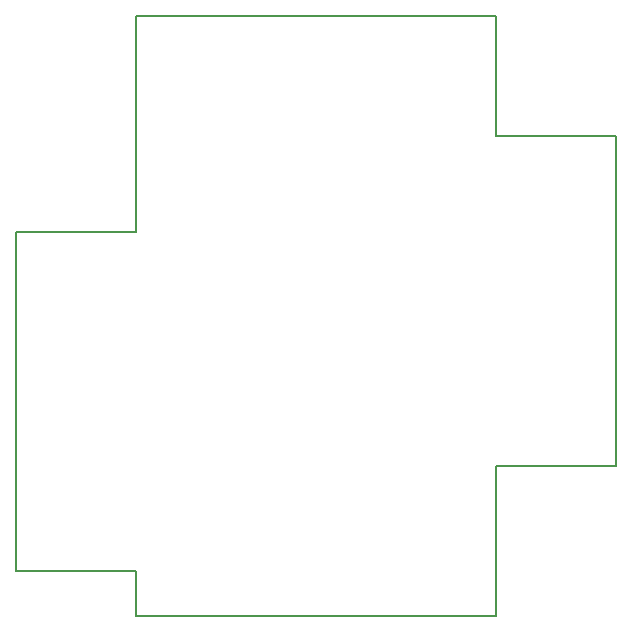
<source format=gbr>
G04 #@! TF.GenerationSoftware,KiCad,Pcbnew,(5.0.2)-1*
G04 #@! TF.CreationDate,2019-02-05T11:41:40+01:00*
G04 #@! TF.ProjectId,SensorPCB_V1.2,53656e73-6f72-4504-9342-5f56312e322e,rev?*
G04 #@! TF.SameCoordinates,Original*
G04 #@! TF.FileFunction,Profile,NP*
%FSLAX46Y46*%
G04 Gerber Fmt 4.6, Leading zero omitted, Abs format (unit mm)*
G04 Created by KiCad (PCBNEW (5.0.2)-1) date 05/02/2019 11:41:40*
%MOMM*%
%LPD*%
G01*
G04 APERTURE LIST*
%ADD10C,0.150000*%
G04 APERTURE END LIST*
D10*
X53340000Y-50800000D02*
X53340000Y-63500000D01*
X63500000Y-50800000D02*
X53340000Y-50800000D01*
X22860000Y-63500000D02*
X22860000Y-59690000D01*
X12700000Y-59690000D02*
X22860000Y-59690000D01*
X22860000Y-30988000D02*
X22860000Y-12700000D01*
X12700000Y-30988000D02*
X22860000Y-30988000D01*
X53340000Y-22860000D02*
X53340000Y-12700000D01*
X63500000Y-22860000D02*
X53340000Y-22860000D01*
X12700000Y-59690000D02*
X12700000Y-30988000D01*
X53340000Y-63500000D02*
X22860000Y-63500000D01*
X63500000Y-22860000D02*
X63500000Y-50800000D01*
X22860000Y-12700000D02*
X53340000Y-12700000D01*
M02*

</source>
